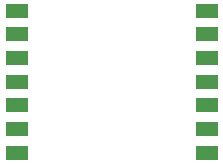
<source format=gtp>
G04 MADE WITH FRITZING*
G04 WWW.FRITZING.ORG*
G04 DOUBLE SIDED*
G04 HOLES PLATED*
G04 CONTOUR ON CENTER OF CONTOUR VECTOR*
%ASAXBY*%
%FSLAX23Y23*%
%MOIN*%
%OFA0B0*%
%SFA1.0B1.0*%
%ADD10R,0.075569X0.049806*%
%ADD11R,0.075569X0.049847*%
%ADD12R,0.001000X0.001000*%
%LNPASTEMASK1*%
G90*
G70*
G54D10*
X1059Y1400D03*
G54D11*
X1059Y1479D03*
G54D10*
X1059Y1558D03*
X1059Y1636D03*
X1059Y1715D03*
X1059Y1794D03*
X1059Y1873D03*
X1693Y1873D03*
X1693Y1794D03*
X1693Y1715D03*
X1693Y1636D03*
X1693Y1558D03*
G54D11*
X1693Y1479D03*
G54D10*
X1693Y1400D03*
G54D12*
D02*
G04 End of PasteMask1*
M02*
</source>
